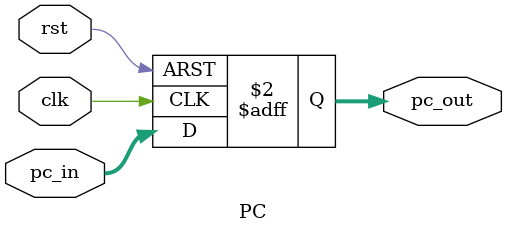
<source format=sv>
`timescale 1ns/1ns

module PC(input[31:0] pc_in, input clk, rst, output logic[31:0] pc_out);
	always@ (posedge clk, posedge rst) begin 
		if(rst)
			pc_out <= 32'b0;
		else
			pc_out <= pc_in;
	end
endmodule 

</source>
